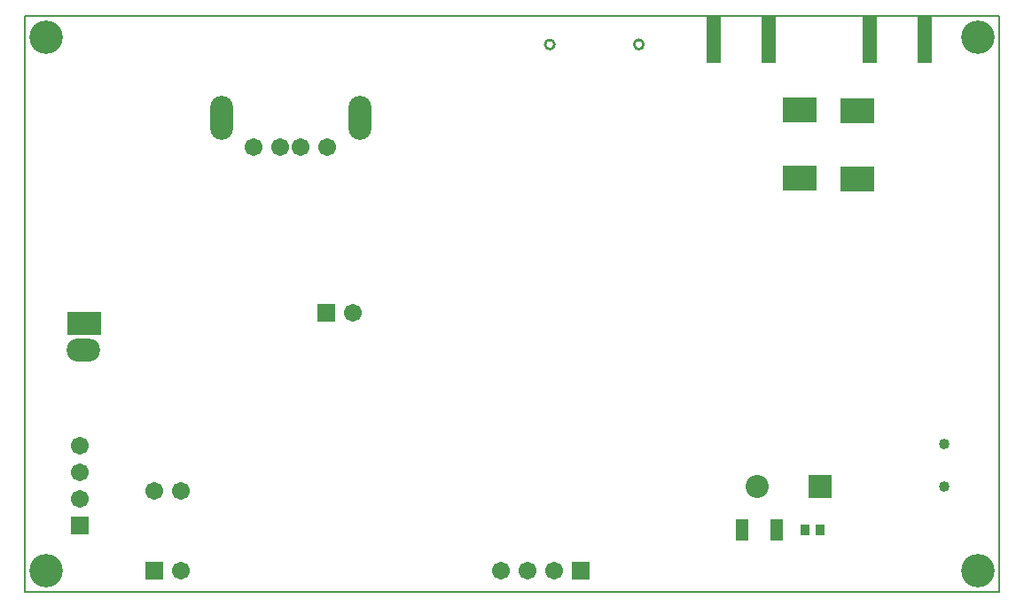
<source format=gbs>
%FSLAX25Y25*%
%MOIN*%
G70*
G01*
G75*
G04 Layer_Color=16711935*
%ADD10C,0.02000*%
%ADD11R,0.07874X0.07874*%
%ADD12R,0.03347X0.02756*%
%ADD13R,0.02756X0.08268*%
%ADD14R,0.02559X0.04843*%
%ADD15R,0.19685X0.05118*%
%ADD16R,0.04724X0.09843*%
%ADD17R,0.09843X0.05906*%
%ADD18O,0.01378X0.06890*%
%ADD19R,0.01378X0.01181*%
%ADD20R,0.01378X0.00984*%
%ADD21R,0.01181X0.01181*%
%ADD22O,0.04724X0.00984*%
%ADD23R,0.04724X0.01772*%
%ADD24O,0.04724X0.01772*%
%ADD25O,0.00984X0.04724*%
%ADD26O,0.01772X0.04724*%
%ADD27R,0.07480X0.05512*%
%ADD28R,0.05315X0.01654*%
%ADD29R,0.03937X0.03150*%
%ADD30R,0.03150X0.03937*%
%ADD31R,0.09843X0.11811*%
%ADD32O,0.07087X0.02362*%
%ADD33O,0.02362X0.07087*%
%ADD34O,0.03543X0.01969*%
%ADD35R,0.03543X0.01969*%
%ADD36O,0.03543X0.01969*%
%ADD37R,0.01575X0.03347*%
%ADD38R,0.03937X0.02362*%
%ADD39R,0.02756X0.03347*%
G04:AMPARAMS|DCode=40|XSize=35.43mil|YSize=157.48mil|CornerRadius=1.77mil|HoleSize=0mil|Usage=FLASHONLY|Rotation=0.000|XOffset=0mil|YOffset=0mil|HoleType=Round|Shape=RoundedRectangle|*
%AMROUNDEDRECTD40*
21,1,0.03543,0.15394,0,0,0.0*
21,1,0.03189,0.15748,0,0,0.0*
1,1,0.00354,0.01595,-0.07697*
1,1,0.00354,-0.01595,-0.07697*
1,1,0.00354,-0.01595,0.07697*
1,1,0.00354,0.01595,0.07697*
%
%ADD40ROUNDEDRECTD40*%
%ADD41R,0.05906X0.03937*%
%ADD42R,0.05118X0.19685*%
%ADD43R,0.03937X0.05906*%
%ADD44C,0.04000*%
%ADD45C,0.01000*%
%ADD46C,0.01500*%
%ADD47C,0.00800*%
%ADD48C,0.03000*%
%ADD49C,0.07000*%
%ADD50R,0.16830X0.03653*%
%ADD51C,0.00500*%
%ADD52C,0.05906*%
%ADD53R,0.05906X0.05906*%
%ADD54C,0.11811*%
%ADD55O,0.07874X0.15748*%
%ADD56C,0.03228*%
%ADD57R,0.05906X0.05906*%
%ADD58C,0.07874*%
%ADD59R,0.07874X0.07874*%
%ADD60O,0.11811X0.07874*%
%ADD61R,0.11811X0.07874*%
G04:AMPARAMS|DCode=62|XSize=51.18mil|YSize=173.23mil|CornerRadius=2.56mil|HoleSize=0mil|Usage=FLASHONLY|Rotation=0.000|XOffset=0mil|YOffset=0mil|HoleType=Round|Shape=RoundedRectangle|*
%AMROUNDEDRECTD62*
21,1,0.05118,0.16811,0,0,0.0*
21,1,0.04606,0.17323,0,0,0.0*
1,1,0.00512,0.02303,-0.08406*
1,1,0.00512,-0.02303,-0.08406*
1,1,0.00512,-0.02303,0.08406*
1,1,0.00512,0.02303,0.08406*
%
%ADD62ROUNDEDRECTD62*%
%ADD63C,0.03000*%
%ADD64C,0.04000*%
%ADD65C,0.02000*%
%ADD66C,0.06000*%
%ADD67R,0.03937X0.07087*%
%ADD68R,0.11811X0.08661*%
%ADD69C,0.00984*%
%ADD70C,0.02362*%
%ADD71C,0.00787*%
%ADD72C,0.00300*%
%ADD73C,0.00400*%
%ADD74C,0.00493*%
%ADD75C,0.00700*%
%ADD76R,0.08674X0.08674*%
%ADD77R,0.04147X0.03556*%
%ADD78R,0.03556X0.09068*%
%ADD79R,0.03359X0.05643*%
%ADD80R,0.20485X0.05918*%
%ADD81R,0.05524X0.10642*%
%ADD82R,0.10642X0.06706*%
%ADD83O,0.02178X0.07690*%
%ADD84R,0.02178X0.01981*%
%ADD85R,0.02178X0.01784*%
%ADD86R,0.01981X0.01981*%
%ADD87O,0.05524X0.01784*%
%ADD88R,0.05524X0.02572*%
%ADD89O,0.05524X0.02572*%
%ADD90O,0.01784X0.05524*%
%ADD91O,0.02572X0.05524*%
%ADD92R,0.08280X0.06312*%
%ADD93R,0.06115X0.02454*%
%ADD94R,0.04737X0.03950*%
%ADD95R,0.03950X0.04737*%
%ADD96R,0.10642X0.12611*%
%ADD97O,0.07887X0.03162*%
%ADD98O,0.03162X0.07887*%
%ADD99O,0.04343X0.02769*%
%ADD100R,0.04343X0.02769*%
%ADD101O,0.04343X0.02769*%
%ADD102R,0.02375X0.04147*%
%ADD103R,0.04737X0.03162*%
%ADD104R,0.03556X0.04147*%
G04:AMPARAMS|DCode=105|XSize=39.37mil|YSize=161.42mil|CornerRadius=1.97mil|HoleSize=0mil|Usage=FLASHONLY|Rotation=0.000|XOffset=0mil|YOffset=0mil|HoleType=Round|Shape=RoundedRectangle|*
%AMROUNDEDRECTD105*
21,1,0.03937,0.15748,0,0,0.0*
21,1,0.03543,0.16142,0,0,0.0*
1,1,0.00394,0.01772,-0.07874*
1,1,0.00394,-0.01772,-0.07874*
1,1,0.00394,-0.01772,0.07874*
1,1,0.00394,0.01772,0.07874*
%
%ADD105ROUNDEDRECTD105*%
%ADD106R,0.06706X0.04737*%
%ADD107R,0.05918X0.20485*%
%ADD108R,0.04737X0.06706*%
%ADD109C,0.06706*%
%ADD110R,0.06706X0.06706*%
%ADD111C,0.12611*%
%ADD112O,0.08674X0.16548*%
%ADD113C,0.04028*%
%ADD114R,0.06706X0.06706*%
%ADD115C,0.08674*%
%ADD116R,0.08674X0.08674*%
%ADD117O,0.12611X0.08674*%
%ADD118R,0.12611X0.08674*%
G04:AMPARAMS|DCode=119|XSize=55.12mil|YSize=177.16mil|CornerRadius=2.76mil|HoleSize=0mil|Usage=FLASHONLY|Rotation=0.000|XOffset=0mil|YOffset=0mil|HoleType=Round|Shape=RoundedRectangle|*
%AMROUNDEDRECTD119*
21,1,0.05512,0.17165,0,0,0.0*
21,1,0.04961,0.17716,0,0,0.0*
1,1,0.00551,0.02480,-0.08583*
1,1,0.00551,-0.02480,-0.08583*
1,1,0.00551,-0.02480,0.08583*
1,1,0.00551,0.02480,0.08583*
%
%ADD119ROUNDEDRECTD119*%
%ADD120R,0.04737X0.07887*%
%ADD121R,0.12611X0.09461*%
D45*
X193037Y6781D02*
G03*
X193037Y6781I-1772J0D01*
G01*
X159572D02*
G03*
X159572Y6781I-1772J0D01*
G01*
D51*
X-39500Y-199135D02*
Y17400D01*
Y-199135D02*
X326642D01*
Y17400D01*
X-39500D02*
X326642D01*
D104*
X253594Y-175900D02*
D03*
X259500D02*
D03*
D109*
X139400Y-191200D02*
D03*
X149400D02*
D03*
X159400D02*
D03*
X83700Y-94200D02*
D03*
X74056Y-31800D02*
D03*
X64213D02*
D03*
X56339D02*
D03*
X46497D02*
D03*
X19000Y-161200D02*
D03*
X9000D02*
D03*
X19000Y-191200D02*
D03*
X-18944Y-164300D02*
D03*
Y-154300D02*
D03*
Y-144300D02*
D03*
D110*
X169400Y-191200D02*
D03*
X73700Y-94200D02*
D03*
D111*
X318768Y9526D02*
D03*
Y-191261D02*
D03*
X-31626D02*
D03*
Y9526D02*
D03*
D112*
X86261Y-20776D02*
D03*
X34292D02*
D03*
D113*
X306023Y-143626D02*
D03*
Y-159374D02*
D03*
D114*
X9000Y-191200D02*
D03*
X-18944Y-174300D02*
D03*
D115*
X235834Y-159500D02*
D03*
D116*
X259456D02*
D03*
D117*
X-17538Y-108000D02*
D03*
D118*
X-17144Y-98000D02*
D03*
D119*
X219520Y8787D02*
D03*
X239992D02*
D03*
X278220Y8687D02*
D03*
X298692D02*
D03*
D120*
X242995Y-175800D02*
D03*
X230200D02*
D03*
D121*
X251800Y-17910D02*
D03*
Y-43500D02*
D03*
X273400Y-18110D02*
D03*
Y-43700D02*
D03*
M02*

</source>
